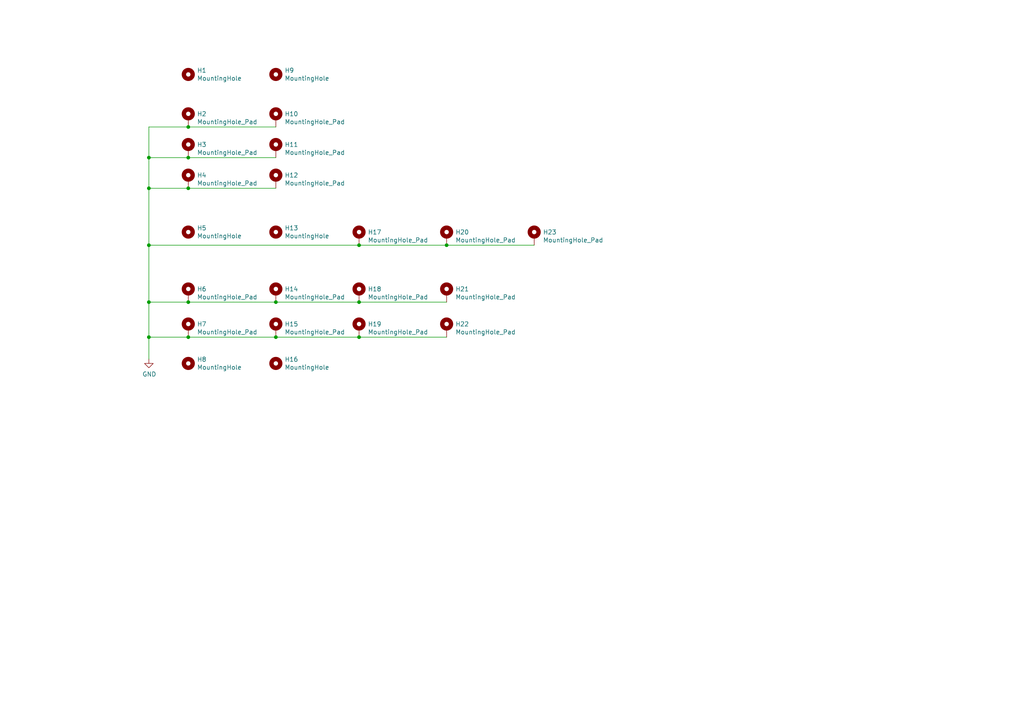
<source format=kicad_sch>
(kicad_sch (version 20211123) (generator eeschema)
  (paper "A4")
  (lib_symbols
    (symbol "Mechanical:MountingHole" (pin_names (offset 1.016))
      (property "Reference" "H" (at 0 5.08 0))
      (property "Value" "MountingHole" (at 0 3.175 0))
      (symbol "MountingHole_0_1"
        (circle (center 0 0) (radius 1.27) (stroke (width 1.27)))
      )
    )
    (symbol "Mechanical:MountingHole_Pad" (pin_numbers hide) (pin_names (offset 1.016) hide)
      (property "Reference" "H" (at 0 6.35 0))
      (property "Value" "MountingHole_Pad" (at 0 4.445 0))
      (symbol "MountingHole_Pad_0_1"
        (circle (center 0 1.27) (radius 1.27) (stroke (width 1.27)))
      )
      (symbol "MountingHole_Pad_1_1"
        (pin input line (at 0 -2.54 90) (length 2.54) (name "1") (number "1"))
      )
    )
    (symbol "power:GND" (power) (pin_names (offset 0))
      (property "Value" "GND" (at 0 -3.81 0))
      (symbol "GND_0_1"
        (polyline (pts (xy 0 0) (xy 0 -1.27) (xy 1.27 -1.27) (xy 0 -2.54) (xy -1.27 -1.27) (xy 0 -1.27)))
      )
      (symbol "GND_1_1"
        (pin power_in line (at 0 0 270) (length 0) hide (name "GND") (number "1"))
      )
    )
  )
  (junction (at 54.61 97.79))
  (junction (at 129.54 71.12))
  (junction (at 43.18 87.63))
  (junction (at 43.18 54.61))
  (junction (at 43.18 71.12))
  (junction (at 104.14 97.79))
  (junction (at 43.18 45.72))
  (junction (at 104.14 87.63))
  (junction (at 43.18 97.79))
  (junction (at 54.61 45.72))
  (junction (at 80.01 97.79))
  (junction (at 54.61 36.83))
  (junction (at 54.61 87.63))
  (junction (at 104.14 71.12))
  (junction (at 80.01 87.63))
  (junction (at 54.61 54.61))
  (wire (pts (xy 54.61 45.72) (xy 43.18 45.72)))
  (wire (pts (xy 54.61 36.83) (xy 80.01 36.83)))
  (wire (pts (xy 54.61 87.63) (xy 43.18 87.63)))
  (wire (pts (xy 80.01 54.61) (xy 54.61 54.61)))
  (wire (pts (xy 54.61 97.79) (xy 43.18 97.79)))
  (wire (pts (xy 43.18 97.79) (xy 43.18 87.63)))
  (wire (pts (xy 43.18 71.12) (xy 104.14 71.12)))
  (wire (pts (xy 43.18 87.63) (xy 43.18 71.12)))
  (wire (pts (xy 129.54 87.63) (xy 104.14 87.63)))
  (wire (pts (xy 43.18 104.14) (xy 43.18 97.79)))
  (wire (pts (xy 80.01 97.79) (xy 54.61 97.79)))
  (wire (pts (xy 104.14 87.63) (xy 80.01 87.63)))
  (wire (pts (xy 54.61 54.61) (xy 43.18 54.61)))
  (wire (pts (xy 43.18 71.12) (xy 43.18 54.61)))
  (wire (pts (xy 80.01 45.72) (xy 54.61 45.72)))
  (wire (pts (xy 43.18 36.83) (xy 54.61 36.83)))
  (wire (pts (xy 43.18 45.72) (xy 43.18 36.83)))
  (wire (pts (xy 129.54 97.79) (xy 104.14 97.79)))
  (wire (pts (xy 80.01 87.63) (xy 54.61 87.63)))
  (wire (pts (xy 43.18 54.61) (xy 43.18 45.72)))
  (wire (pts (xy 129.54 71.12) (xy 104.14 71.12)))
  (wire (pts (xy 154.94 71.12) (xy 129.54 71.12)))
  (wire (pts (xy 104.14 97.79) (xy 80.01 97.79)))
  (symbol (lib_id "Mechanical:MountingHole_Pad") (at 54.61 34.29 0) (unit 1)
    (property "Reference" "H2" (at 57.15 33.0454 0) (effects (justify left)))
    (property "Value" "MountingHole_Pad" (at 57.15 35.3568 0) (effects (justify left)))
    (property "Footprint" "footprints:Mount Hole TT Pot" (effects hide))
  )
  (symbol (lib_id "Mechanical:MountingHole_Pad") (at 54.61 43.18 0) (unit 1)
    (property "Reference" "H3" (at 57.15 41.9354 0) (effects (justify left)))
    (property "Value" "MountingHole_Pad" (at 57.15 44.2468 0) (effects (justify left)))
    (property "Footprint" "footprints:Mount Hole TT Pot" (effects hide))
  )
  (symbol (lib_id "Mechanical:MountingHole_Pad") (at 54.61 52.07 0) (unit 1)
    (property "Reference" "H4" (at 57.15 50.8254 0) (effects (justify left)))
    (property "Value" "MountingHole_Pad" (at 57.15 53.1368 0) (effects (justify left)))
    (property "Footprint" "footprints:Mount Hole TT Pot" (effects hide))
  )
  (symbol (lib_id "Mechanical:MountingHole_Pad") (at 80.01 34.29 0) (unit 1)
    (property "Reference" "H10" (at 82.55 33.0454 0) (effects (justify left)))
    (property "Value" "MountingHole_Pad" (at 82.55 35.3568 0) (effects (justify left)))
    (property "Footprint" "footprints:Mount Hole TT Pot" (effects hide))
  )
  (symbol (lib_id "Mechanical:MountingHole_Pad") (at 80.01 43.18 0) (unit 1)
    (property "Reference" "H11" (at 82.55 41.9354 0) (effects (justify left)))
    (property "Value" "MountingHole_Pad" (at 82.55 44.2468 0) (effects (justify left)))
    (property "Footprint" "footprints:Mount Hole TT Pot" (effects hide))
  )
  (symbol (lib_id "Mechanical:MountingHole_Pad") (at 80.01 52.07 0) (unit 1)
    (property "Reference" "H12" (at 82.55 50.8254 0) (effects (justify left)))
    (property "Value" "MountingHole_Pad" (at 82.55 53.1368 0) (effects (justify left)))
    (property "Footprint" "footprints:Mount Hole TT Pot" (effects hide))
  )
  (symbol (lib_id "Mechanical:MountingHole_Pad") (at 54.61 85.09 0) (unit 1)
    (property "Reference" "H6" (at 57.15 83.8454 0) (effects (justify left)))
    (property "Value" "MountingHole_Pad" (at 57.15 86.1568 0) (effects (justify left)))
    (property "Footprint" "footprints:Mount_Hole_Thonk" (effects hide))
  )
  (symbol (lib_id "Mechanical:MountingHole_Pad") (at 54.61 95.25 0) (unit 1)
    (property "Reference" "H7" (at 57.15 94.0054 0) (effects (justify left)))
    (property "Value" "MountingHole_Pad" (at 57.15 96.3168 0) (effects (justify left)))
    (property "Footprint" "footprints:Mount_Hole_Thonk" (effects hide))
  )
  (symbol (lib_id "Mechanical:MountingHole_Pad") (at 80.01 85.09 0) (unit 1)
    (property "Reference" "H14" (at 82.55 83.8454 0) (effects (justify left)))
    (property "Value" "MountingHole_Pad" (at 82.55 86.1568 0) (effects (justify left)))
    (property "Footprint" "footprints:Mount_Hole_Thonk" (effects hide))
  )
  (symbol (lib_id "Mechanical:MountingHole_Pad") (at 80.01 95.25 0) (unit 1)
    (property "Reference" "H15" (at 82.55 94.0054 0) (effects (justify left)))
    (property "Value" "MountingHole_Pad" (at 82.55 96.3168 0) (effects (justify left)))
    (property "Footprint" "footprints:Mount_Hole_Thonk" (effects hide))
  )
  (symbol (lib_id "Mechanical:MountingHole_Pad") (at 104.14 85.09 0) (unit 1)
    (property "Reference" "H18" (at 106.68 83.8454 0) (effects (justify left)))
    (property "Value" "MountingHole_Pad" (at 106.68 86.1568 0) (effects (justify left)))
    (property "Footprint" "footprints:Mount_Hole_Thonk" (effects hide))
  )
  (symbol (lib_id "Mechanical:MountingHole_Pad") (at 104.14 95.25 0) (unit 1)
    (property "Reference" "H19" (at 106.68 94.0054 0) (effects (justify left)))
    (property "Value" "MountingHole_Pad" (at 106.68 96.3168 0) (effects (justify left)))
    (property "Footprint" "footprints:Mount_Hole_Thonk" (effects hide))
  )
  (symbol (lib_id "Mechanical:MountingHole_Pad") (at 129.54 85.09 0) (unit 1)
    (property "Reference" "H21" (at 132.08 83.8454 0) (effects (justify left)))
    (property "Value" "MountingHole_Pad" (at 132.08 86.1568 0) (effects (justify left)))
    (property "Footprint" "footprints:Mount_Hole_Thonk" (effects hide))
  )
  (symbol (lib_id "Mechanical:MountingHole_Pad") (at 129.54 95.25 0) (unit 1)
    (property "Reference" "H22" (at 132.08 94.0054 0) (effects (justify left)))
    (property "Value" "MountingHole_Pad" (at 132.08 96.3168 0) (effects (justify left)))
    (property "Footprint" "footprints:Mount_Hole_Thonk" (effects hide))
  )
  (symbol (lib_id "Mechanical:MountingHole_Pad") (at 104.14 68.58 0) (unit 1)
    (property "Reference" "H17" (at 106.68 67.3354 0) (effects (justify left)))
    (property "Value" "MountingHole_Pad" (at 106.68 69.6468 0) (effects (justify left)))
    (property "Footprint" "footprints:Mount Hole Toggle Submini" (effects hide))
  )
  (symbol (lib_id "Mechanical:MountingHole_Pad") (at 129.54 68.58 0) (unit 1)
    (property "Reference" "H20" (at 132.08 67.3354 0) (effects (justify left)))
    (property "Value" "MountingHole_Pad" (at 132.08 69.6468 0) (effects (justify left)))
    (property "Footprint" "footprints:Mount Hole Toggle Submini" (effects hide))
  )
  (symbol (lib_id "Mechanical:MountingHole_Pad") (at 154.94 68.58 0) (unit 1)
    (property "Reference" "H23" (at 157.48 67.3354 0) (effects (justify left)))
    (property "Value" "MountingHole_Pad" (at 157.48 69.6468 0) (effects (justify left)))
    (property "Footprint" "footprints:Mount Hole Toggle Submini" (effects hide))
  )
  (symbol (lib_id "power:GND") (at 43.18 104.14 0) (unit 1)
    (property "Reference" "#PWR0101" (effects hide))
    (property "Value" "GND" (at 43.307 108.5342 0))
  )
  (symbol (lib_id "Mechanical:MountingHole") (at 54.61 67.31 0) (unit 1)
    (property "Reference" "H5" (at 57.15 66.1416 0) (effects (justify left)))
    (property "Value" "MountingHole" (at 57.15 68.453 0) (effects (justify left)))
    (property "Footprint" "footprints:Lightpipe LPCR" (effects hide))
  )
  (symbol (lib_id "Mechanical:MountingHole") (at 54.61 105.41 0) (unit 1)
    (property "Reference" "H8" (at 57.15 104.2416 0) (effects (justify left)))
    (property "Value" "MountingHole" (at 57.15 106.553 0) (effects (justify left)))
    (property "Footprint" "footprints:Mount Hole Euro Rack" (effects hide))
  )
  (symbol (lib_id "Mechanical:MountingHole") (at 80.01 67.31 0) (unit 1)
    (property "Reference" "H13" (at 82.55 66.1416 0) (effects (justify left)))
    (property "Value" "MountingHole" (at 82.55 68.453 0) (effects (justify left)))
    (property "Footprint" "footprints:Lightpipe LPCR" (effects hide))
  )
  (symbol (lib_id "Mechanical:MountingHole") (at 80.01 105.41 0) (unit 1)
    (property "Reference" "H16" (at 82.55 104.2416 0) (effects (justify left)))
    (property "Value" "MountingHole" (at 82.55 106.553 0) (effects (justify left)))
    (property "Footprint" "footprints:Mount Hole Euro Rack" (effects hide))
  )
  (symbol (lib_id "Mechanical:MountingHole") (at 54.61 21.59 0) (unit 1)
    (property "Reference" "H1" (at 57.15 20.4216 0) (effects (justify left)))
    (property "Value" "MountingHole" (at 57.15 22.733 0) (effects (justify left)))
    (property "Footprint" "footprints:Mount Hole Euro Rack" (effects hide))
  )
  (symbol (lib_id "Mechanical:MountingHole") (at 80.01 21.59 0) (unit 1)
    (property "Reference" "H9" (at 82.55 20.4216 0) (effects (justify left)))
    (property "Value" "MountingHole" (at 82.55 22.733 0) (effects (justify left)))
    (property "Footprint" "footprints:Mount Hole Euro Rack" (effects hide))
  )
)
</source>
